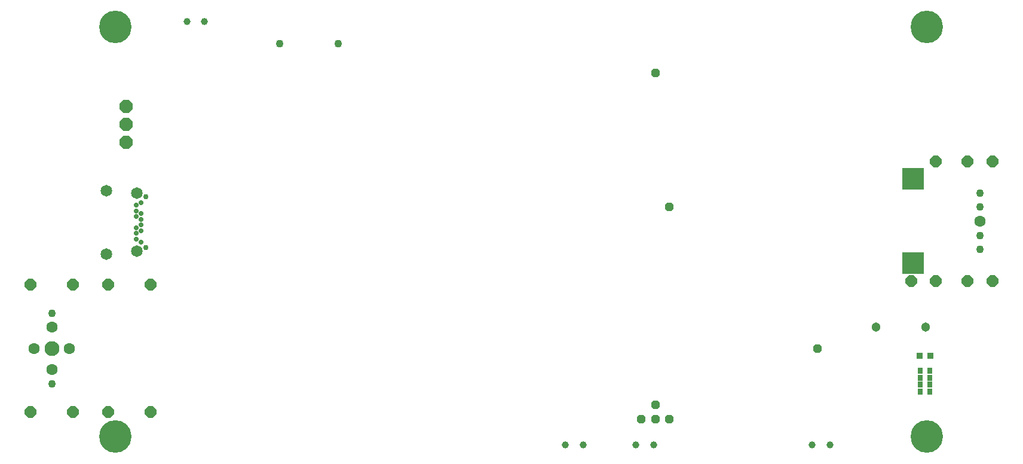
<source format=gbr>
G75*
%MOIN*%
%OFA0B0*%
%FSLAX25Y25*%
%IPPOS*%
%LPD*%
%AMOC8*
5,1,8,0,0,1.08239X$1,22.5*
%
%ADD10C,0.08274*%
%ADD11C,0.06306*%
%ADD12C,0.04337*%
%ADD13C,0.03943*%
%ADD14R,0.03550X0.03550*%
%ADD15C,0.05124*%
%ADD16R,0.12211X0.12211*%
%ADD17OC8,0.07400*%
%ADD18OC8,0.04731*%
%ADD19C,0.02959*%
%ADD20OC8,0.02800*%
%ADD21C,0.06463*%
%ADD22R,0.02762X0.03235*%
%ADD23OC8,0.06502*%
%ADD24C,0.18117*%
D10*
X0018717Y0067199D03*
D11*
X0028559Y0067199D03*
X0018717Y0079010D03*
X0008874Y0067199D03*
X0018717Y0055387D03*
X0536433Y0138065D03*
D12*
X0536433Y0145939D03*
X0536433Y0153813D03*
X0536433Y0130191D03*
X0536433Y0122317D03*
X0178362Y0237080D03*
X0145882Y0237080D03*
X0018717Y0086884D03*
X0018717Y0047513D03*
D13*
X0305134Y0013458D03*
X0314976Y0013458D03*
X0344504Y0013458D03*
X0354346Y0013458D03*
X0442929Y0013458D03*
X0452772Y0013458D03*
X0103953Y0249482D03*
X0094110Y0249482D03*
D14*
X0502772Y0063065D03*
X0508677Y0063065D03*
D15*
X0506118Y0079206D03*
X0478559Y0079206D03*
D16*
X0499031Y0114639D03*
X0499031Y0161884D03*
D17*
X0060055Y0182041D03*
X0060055Y0192041D03*
X0060055Y0202041D03*
D18*
X0355331Y0220742D03*
X0363205Y0145939D03*
X0445882Y0067199D03*
X0363205Y0027828D03*
X0355331Y0027828D03*
X0347457Y0027828D03*
X0355331Y0035702D03*
D19*
X0071177Y0123399D03*
X0071177Y0151746D03*
D20*
X0068618Y0148596D03*
X0065862Y0147021D03*
X0065862Y0143872D03*
X0065862Y0140722D03*
X0068618Y0139147D03*
X0068618Y0135998D03*
X0068618Y0132848D03*
X0065862Y0131273D03*
X0065862Y0128124D03*
X0068618Y0126549D03*
X0065862Y0134423D03*
X0068618Y0142297D03*
D21*
X0066256Y0153832D03*
X0048972Y0155250D03*
X0048972Y0119895D03*
X0066256Y0121313D03*
D22*
X0502969Y0054620D03*
X0502969Y0050801D03*
X0508480Y0050801D03*
X0508480Y0054620D03*
X0508480Y0046982D03*
X0508480Y0043163D03*
X0502969Y0043163D03*
X0502969Y0046982D03*
D23*
X0498047Y0104600D03*
X0511827Y0104600D03*
X0529543Y0104600D03*
X0543323Y0104600D03*
X0543323Y0171529D03*
X0529543Y0171529D03*
X0511827Y0171529D03*
X0073835Y0102632D03*
X0050213Y0102632D03*
X0030528Y0102632D03*
X0006906Y0102632D03*
X0006906Y0031765D03*
X0030528Y0031765D03*
X0050213Y0031765D03*
X0073835Y0031765D03*
D24*
X0054150Y0017986D03*
X0506906Y0017986D03*
X0506906Y0246332D03*
X0054150Y0246332D03*
M02*

</source>
